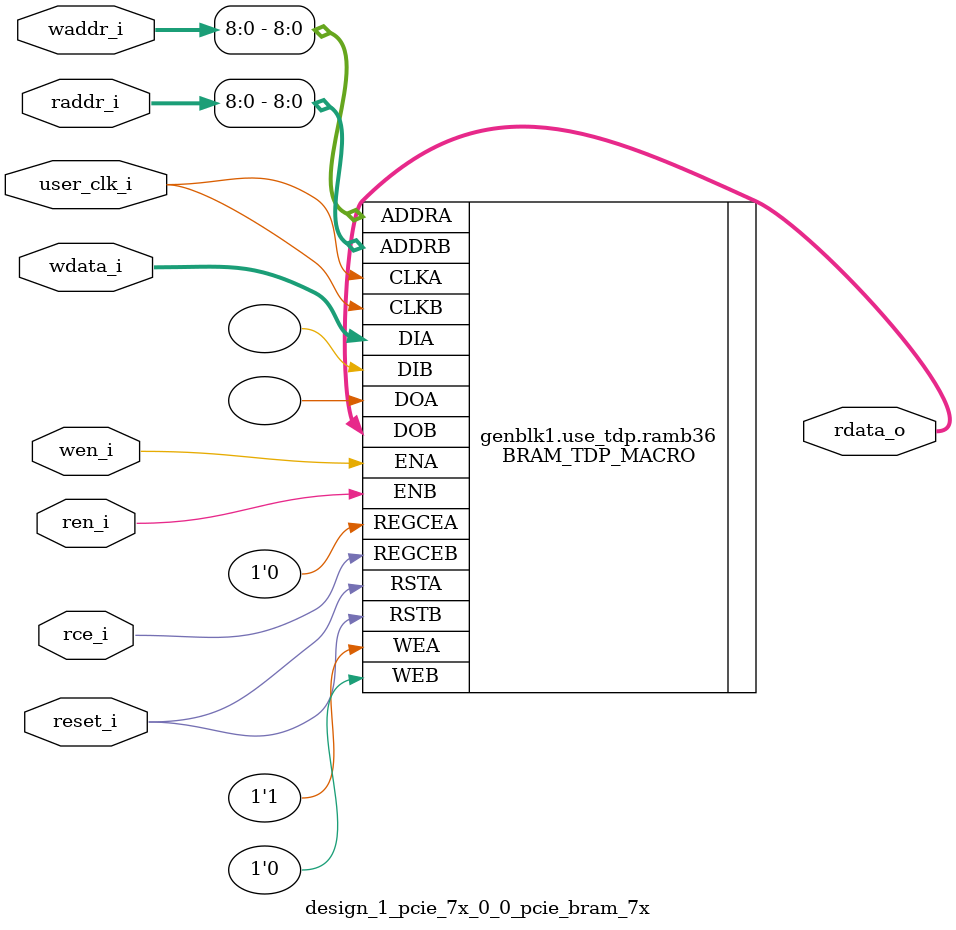
<source format=v>

`timescale 1ps/1ps

(* DowngradeIPIdentifiedWarnings = "yes" *)
module design_1_pcie_7x_0_0_pcie_bram_7x
  #(
    parameter [3:0]  LINK_CAP_MAX_LINK_SPEED = 4'h1,        // PCIe Link Speed : 1 - 2.5 GT/s; 2 - 5.0 GT/s
    parameter [5:0]  LINK_CAP_MAX_LINK_WIDTH = 6'h08,       // PCIe Link Width : 1 / 2 / 4 / 8
    parameter IMPL_TARGET = "HARD",                         // the implementation target : HARD, SOFT
    parameter DOB_REG = 0,                                  // 1 - use the output register;
                                                            // 0 - don't use the output register
    parameter WIDTH = 0                                     // supported WIDTH's : 4, 9, 18, 36 - uses RAMB36
                                                            //                     72 - uses RAMB36SDP
    )
    (
     input               user_clk_i,// user clock
     input               reset_i,   // bram reset

     input               wen_i,     // write enable
     input [12:0]        waddr_i,   // write address
     input [WIDTH - 1:0] wdata_i,   // write data

     input               ren_i,     // read enable
     input               rce_i,     // output register clock enable
     input [12:0]        raddr_i,   // read address

     output [WIDTH - 1:0] rdata_o   // read data
     );

   // map the address bits
   localparam ADDR_MSB = ((WIDTH == 4)  ? 12 :
                          (WIDTH == 9)  ? 11 :
                          (WIDTH == 18) ? 10 :
                          (WIDTH == 36) ?  9 :
                                           8
                          );

   // set the width of the tied off low address bits
   localparam ADDR_LO_BITS = ((WIDTH == 4)  ? 2 :
                              (WIDTH == 9)  ? 3 :
                              (WIDTH == 18) ? 4 :
                              (WIDTH == 36) ? 5 :
                                              0 // for WIDTH 72 use RAMB36SDP
                              );

   // map the data bits
   localparam D_MSB =  ((WIDTH == 4)  ?  3 :
                        (WIDTH == 9)  ?  7 :
                        (WIDTH == 18) ? 15 :
                        (WIDTH == 36) ? 31 :
                                        63
                        );

   // map the data parity bits
   localparam DP_LSB =  D_MSB + 1;

   localparam DP_MSB =  ((WIDTH == 4)  ? 4 :
                         (WIDTH == 9)  ? 8 :
                         (WIDTH == 18) ? 17 :
                         (WIDTH == 36) ? 35 :
                                         71
                        );

   localparam DPW = DP_MSB - DP_LSB + 1;
   localparam WRITE_MODE = ((WIDTH == 72) && (!((LINK_CAP_MAX_LINK_SPEED == 4'h2) && (LINK_CAP_MAX_LINK_WIDTH == 6'h08)))) ? "WRITE_FIRST" :
                           ((LINK_CAP_MAX_LINK_SPEED == 4'h2) && (LINK_CAP_MAX_LINK_WIDTH == 6'h08)) ? "WRITE_FIRST" : "NO_CHANGE";

   localparam DEVICE = (IMPL_TARGET == "HARD") ? "7SERIES" : "VIRTEX6";
   localparam BRAM_SIZE = "36Kb";

   localparam WE_WIDTH =(DEVICE == "VIRTEX5" || DEVICE == "VIRTEX6" || DEVICE == "7SERIES") ?
                            ((WIDTH <= 9) ? 1 :
                             (WIDTH > 9 && WIDTH <= 18) ? 2 :
                             (WIDTH > 18 && WIDTH <= 36) ? 4 :
                             (WIDTH > 36 && WIDTH <= 72) ? 8 :
                             (BRAM_SIZE == "18Kb") ? 4 : 8 ) : 8;

   //synthesis translate_off
   initial begin
      //$display("[%t] %m DOB_REG %0d WIDTH %0d ADDR_MSB %0d ADDR_LO_BITS %0d DP_MSB %0d DP_LSB %0d D_MSB %0d",
      //          $time, DOB_REG,   WIDTH,    ADDR_MSB,    ADDR_LO_BITS,    DP_MSB,    DP_LSB,    D_MSB);

      case (WIDTH)
        4,9,18,36,72:;
        default:
          begin
             $display("[%t] %m Error WIDTH %0d not supported", $time, WIDTH);
             $finish;
          end
      endcase // case (WIDTH)
   end
   //synthesis translate_on

   generate
   if ((LINK_CAP_MAX_LINK_WIDTH == 6'h08 && LINK_CAP_MAX_LINK_SPEED == 4'h2) || (WIDTH == 72)) begin : use_sdp
        BRAM_SDP_MACRO #(
               .DEVICE        (DEVICE),
               .BRAM_SIZE     (BRAM_SIZE),
               .DO_REG        (DOB_REG),
               .READ_WIDTH    (WIDTH),
               .WRITE_WIDTH   (WIDTH),
               .WRITE_MODE    (WRITE_MODE)
               )
        ramb36sdp(
               .DO             (rdata_o[WIDTH-1:0]),
               .DI             (wdata_i[WIDTH-1:0]),
               .RDADDR         (raddr_i[ADDR_MSB:0]),
               .RDCLK          (user_clk_i),
               .RDEN           (ren_i),
               .REGCE          (rce_i),
               .RST            (reset_i),
               .WE             ({WE_WIDTH{1'b1}}),
               .WRADDR         (waddr_i[ADDR_MSB:0]),
               .WRCLK          (user_clk_i),
               .WREN           (wen_i)
               );

    end  // block: use_sdp
    else if (WIDTH <= 36) begin : use_tdp
    // use RAMB36's if the width is 4, 9, 18, or 36
        BRAM_TDP_MACRO #(
               .DEVICE        (DEVICE),
               .BRAM_SIZE     (BRAM_SIZE),
               .DOA_REG       (0),
               .DOB_REG       (DOB_REG),
               .READ_WIDTH_A  (WIDTH),
               .READ_WIDTH_B  (WIDTH),
               .WRITE_WIDTH_A (WIDTH),
               .WRITE_WIDTH_B (WIDTH),
               .WRITE_MODE_A  (WRITE_MODE)
               )
        ramb36(
               .DOA            (),
               .DOB            (rdata_o[WIDTH-1:0]),
               .ADDRA          (waddr_i[ADDR_MSB:0]),
               .ADDRB          (raddr_i[ADDR_MSB:0]),
               .CLKA           (user_clk_i),
               .CLKB           (user_clk_i),
               .DIA            (wdata_i[WIDTH-1:0]),
               .DIB            ({WIDTH{1'b0}}),
               .ENA            (wen_i),
               .ENB            (ren_i),
               .REGCEA         (1'b0),
               .REGCEB         (rce_i),
               .RSTA           (reset_i),
               .RSTB           (reset_i),
               .WEA            ({WE_WIDTH{1'b1}}),
               .WEB            ({WE_WIDTH{1'b0}})
               );
   end // block: use_tdp
   endgenerate

endmodule // pcie_bram_7x


</source>
